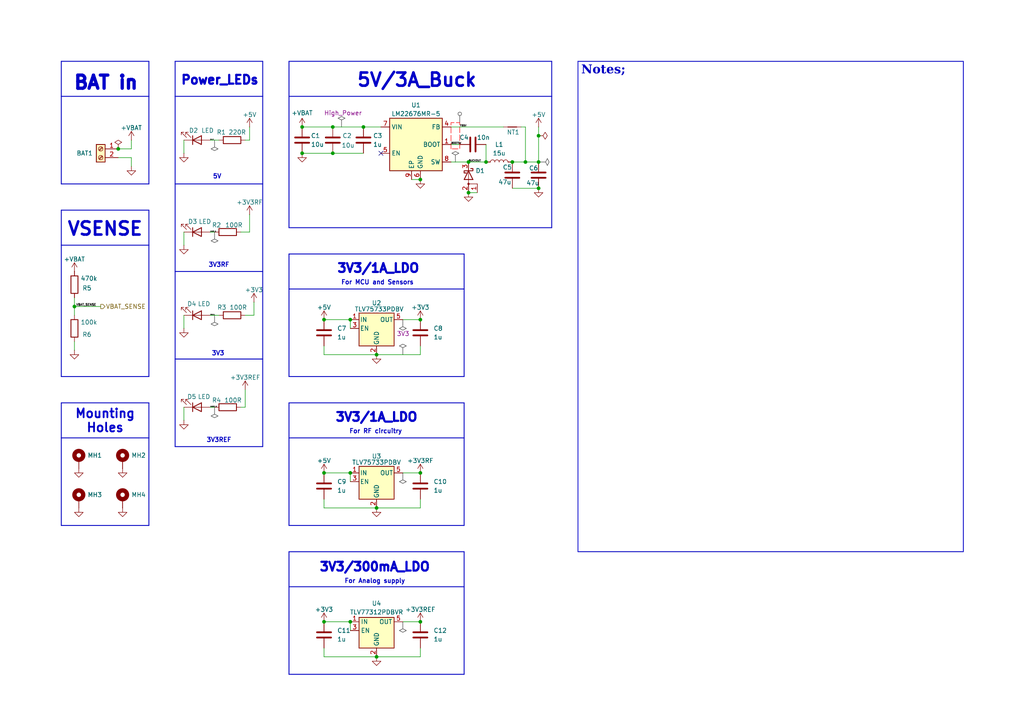
<source format=kicad_sch>
(kicad_sch (version 20250114) (generator "eeschema") (generator_version "9.0")
  (paper "A4")
  (title_block (title "Power_Delivery") (date "2025-12-05") (rev "A") (company "MaD_RaNgA"))
  (lib_symbols
    (symbol "Budget_FC:TLV77312PDBVR"
      (property "Reference" "U?" (at 7.62 4.064 0))
      (property "Value" "TLV77312PDBVR" (at 7.62 1.524 0))
      (symbol "TLV77312PDBVR_0_0"
        (pin power_in line (at 0 -1.27 0) (length 2.54) (name "IN") (number "1"))
        (pin input line (at 0 -3.81 0) (length 2.54) (name "EN") (number "3"))
        (pin power_out line (at 15.24 -1.27 180) (length 2.54) (name "OUT") (number "5"))
        (pin no_connect line (at 15.24 -3.81 180) (length 2.54) (hide yes) (name "NC") (number "4"))
      )
      (symbol "TLV77312PDBVR_1_0"
        (pin power_in line (at 7.62 -11.43 90) (length 2.54) (name "GND") (number "2"))
      )
      (symbol "TLV77312PDBVR_1_1"
        (rectangle (start 2.54 0) (end 12.7 -8.89) (stroke (width 0.254)) (fill (type color) (color 255 255 194 1)))
      )
    )
    (symbol "Connector:Screw_Terminal_01x02" (pin_names (offset 1.016) (hide yes))
      (property "Reference" "J" (at 0 2.54 0))
      (property "Value" "Screw_Terminal_01x02" (at 0 -5.08 0))
      (symbol "Screw_Terminal_01x02_1_1"
        (rectangle (start -1.27 1.27) (end 1.27 -3.81) (stroke (width 0.254)) (fill (type background)))
        (polyline (pts (xy -0.5334 0.3302) (xy 0.3302 -0.508)) (stroke (width 0.1524)))
        (polyline (pts (xy -0.5334 -2.2098) (xy 0.3302 -3.048)) (stroke (width 0.1524)))
        (polyline (pts (xy -0.3556 0.508) (xy 0.508 -0.3302)) (stroke (width 0.1524)))
        (polyline (pts (xy -0.3556 -2.032) (xy 0.508 -2.8702)) (stroke (width 0.1524)))
        (circle (center 0 0) (radius 0.635) (stroke (width 0.1524)))
        (circle (center 0 -2.54) (radius 0.635) (stroke (width 0.1524)))
        (pin passive line (at -5.08 0 0) (length 3.81) (name "Pin_1") (number "1"))
        (pin passive line (at -5.08 -2.54 0) (length 3.81) (name "Pin_2") (number "2"))
      )
    )
    (symbol "Device:C" (pin_numbers (hide yes)) (pin_names (offset 0.254))
      (property "Reference" "C" (at 0.635 2.54 0))
      (property "Value" "C" (at 0.635 -2.54 0))
      (symbol "C_0_1"
        (polyline (pts (xy -2.032 0.762) (xy 2.032 0.762)) (stroke (width 0.508)))
        (polyline (pts (xy -2.032 -0.762) (xy 2.032 -0.762)) (stroke (width 0.508)))
      )
      (symbol "C_1_1"
        (pin passive line (at 0 3.81 270) (length 2.794) (name "~") (number "1"))
        (pin passive line (at 0 -3.81 90) (length 2.794) (name "~") (number "2"))
      )
    )
    (symbol "Device:D_Schottky_AAK" (pin_names (offset 0) (hide yes))
      (property "Reference" "D" (at 0 2.54 0))
      (property "Value" "D_Schottky_AAK" (at 0 -2.54 0))
      (symbol "D_Schottky_AAK_0_1"
        (polyline (pts (xy -1.905 0.635) (xy -1.905 1.27) (xy -1.27 1.27) (xy -1.27 -1.27) (xy -0.635 -1.27) (xy -0.635 -0.635)) (stroke (width 0.254)))
        (polyline (pts (xy 1.27 1.27) (xy 1.27 -1.27) (xy -1.27 0) (xy 1.27 1.27)) (stroke (width 0.254)))
        (circle (center 2.54 0) (radius 0.254) (fill (type outline)))
        (polyline (pts (xy 3.81 2.54) (xy 2.54 2.54) (xy 2.54 0) (xy -1.27 0)))
      )
      (symbol "D_Schottky_AAK_1_1"
        (pin passive line (at -3.81 0 0) (length 2.54) (name "K") (number "3"))
        (pin passive line (at 5.08 2.54 180) (length 2.54) (name "A") (number "1"))
        (pin passive line (at 5.08 0 180) (length 2.54) (name "A") (number "2"))
      )
    )
    (symbol "Device:L" (pin_numbers (hide yes)) (pin_names (offset 1.016) (hide yes))
      (property "Reference" "L" (at -1.27 0 90))
      (property "Value" "L" (at 1.905 0 90))
      (symbol "L_0_1"
        (arc (start 0 2.54) (mid 0.6323 1.905) (end 0 1.27))
        (arc (start 0 1.27) (mid 0.6323 0.635) (end 0 0))
        (arc (start 0 0) (mid 0.6323 -0.635) (end 0 -1.27))
        (arc (start 0 -1.27) (mid 0.6323 -1.905) (end 0 -2.54))
      )
      (symbol "L_1_1"
        (pin passive line (at 0 3.81 270) (length 1.27) (name "1") (number "1"))
        (pin passive line (at 0 -3.81 90) (length 1.27) (name "2") (number "2"))
      )
    )
    (symbol "Device:LED" (pin_numbers (hide yes)) (pin_names (offset 1.016) (hide yes))
      (property "Reference" "D" (at 0 2.54 0))
      (property "Value" "LED" (at 0 -2.54 0))
      (symbol "LED_0_1"
        (polyline (pts (xy -3.048 -0.762) (xy -4.572 -2.286) (xy -3.81 -2.286) (xy -4.572 -2.286) (xy -4.572 -1.524)))
        (polyline (pts (xy -1.778 -0.762) (xy -3.302 -2.286) (xy -2.54 -2.286) (xy -3.302 -2.286) (xy -3.302 -1.524)))
        (polyline (pts (xy -1.27 0) (xy 1.27 0)))
        (polyline (pts (xy -1.27 -1.27) (xy -1.27 1.27)) (stroke (width 0.254)))
        (polyline (pts (xy 1.27 -1.27) (xy 1.27 1.27) (xy -1.27 0) (xy 1.27 -1.27)) (stroke (width 0.254)))
      )
      (symbol "LED_1_1"
        (pin passive line (at -3.81 0 0) (length 2.54) (name "K") (number "1"))
        (pin passive line (at 3.81 0 180) (length 2.54) (name "A") (number "2"))
      )
    )
    (symbol "Device:NetTie_2" (pin_numbers (hide yes)) (pin_names (offset 0) (hide yes)) (in_bom no)
      (property "Reference" "NT" (at 0 1.27 0))
      (property "Value" "NetTie_2" (at 0 -1.27 0))
      (symbol "NetTie_2_0_1"
        (polyline (pts (xy -1.27 0) (xy 1.27 0)) (stroke (width 0.254)))
      )
      (symbol "NetTie_2_1_1"
        (pin passive line (at -2.54 0 0) (length 2.54) (name "1") (number "1"))
        (pin passive line (at 2.54 0 180) (length 2.54) (name "2") (number "2"))
      )
    )
    (symbol "Device:R" (pin_numbers (hide yes)) (pin_names (offset 0))
      (property "Reference" "R" (at 2.032 0 90))
      (property "Value" "R" (at 0 0 90))
      (symbol "R_0_1"
        (rectangle (start -1.016 -2.54) (end 1.016 2.54) (stroke (width 0.254)))
      )
      (symbol "R_1_1"
        (pin passive line (at 0 3.81 270) (length 1.27) (name "~") (number "1"))
        (pin passive line (at 0 -3.81 90) (length 1.27) (name "~") (number "2"))
      )
    )
    (symbol "Mechanical:MountingHole_Pad" (pin_numbers (hide yes)) (pin_names (offset 1.016) (hide yes)) (in_bom no)
      (property "Reference" "H" (at 0 6.35 0))
      (property "Value" "MountingHole_Pad" (at 0 4.445 0))
      (symbol "MountingHole_Pad_0_1"
        (circle (center 0 1.27) (radius 1.27) (stroke (width 1.27)))
      )
      (symbol "MountingHole_Pad_1_1"
        (pin input line (at 0 -2.54 90) (length 2.54) (name "1") (number "1"))
      )
    )
    (symbol "Regulator_Linear:TLV75733PDBV" (pin_names (offset 0.254))
      (property "Reference" "U1" (at 0 8.89 0))
      (property "Value" "TLV75733PDBV" (at 0 6.35 0))
      (symbol "TLV75733PDBV_1_1"
        (rectangle (start -5.08 4.445) (end 5.08 -5.08) (stroke (width 0.254)) (fill (type background)))
        (pin power_in line (at -7.62 2.54 0) (length 2.54) (name "IN") (number "1"))
        (pin input line (at -7.62 0 0) (length 2.54) (name "EN") (number "3"))
        (pin power_in line (at 0 -7.62 90) (length 2.54) (name "GND") (number "2"))
        (pin no_connect line (at 5.08 0 180) (length 2.54) (hide yes) (name "NC") (number "4"))
        (pin power_out line (at 7.62 2.54 180) (length 2.54) (name "OUT") (number "5"))
      )
    )
    (symbol "Regulator_Switching:LM22676MR-5"
      (property "Reference" "U1" (at 0 12.7 0))
      (property "Value" "LM22676MR-5" (at 0 10.16 0))
      (symbol "LM22676MR-5_0_1"
        (rectangle (start -7.62 7.62) (end 7.62 -7.62) (stroke (width 0.254)) (fill (type background)))
      )
      (symbol "LM22676MR-5_1_1"
        (pin power_in line (at -10.16 5.08 0) (length 2.54) (name "VIN") (number "7"))
        (pin input line (at -10.16 -2.54 0) (length 2.54) (name "EN") (number "5"))
        (pin no_connect line (at -7.62 2.54 0) (length 2.54) (hide yes) (name "NC") (number "2"))
        (pin no_connect line (at -7.62 0 0) (length 2.54) (hide yes) (name "NC") (number "3"))
        (pin power_in line (at -1.27 -10.16 90) (length 2.54) (name "EP") (number "9"))
        (pin power_in line (at 1.27 -10.16 90) (length 2.54) (name "GND") (number "6"))
        (pin input line (at 10.16 5.08 180) (length 2.54) (name "FB") (number "4"))
        (pin input line (at 10.16 0 180) (length 2.54) (name "BOOT") (number "1"))
        (pin power_out line (at 10.16 -5.08 180) (length 2.54) (name "SW") (number "8"))
      )
    )
    (symbol "power:+3V3" (power) (pin_numbers (hide yes)) (pin_names (offset 0) (hide yes))
      (property "Value" "+3V3" (at 0 3.556 0))
      (symbol "+3V3_0_1"
        (polyline (pts (xy -0.762 1.27) (xy 0 2.54)))
        (polyline (pts (xy 0 2.54) (xy 0.762 1.27)))
        (polyline (pts (xy 0 0) (xy 0 2.54)))
      )
      (symbol "+3V3_1_1"
        (pin power_in line (at 0 0 90) (length 0) (name "~") (number "1"))
      )
    )
    (symbol "power:+5V" (power) (pin_numbers (hide yes)) (pin_names (offset 0) (hide yes))
      (property "Value" "+5V" (at 0 3.556 0))
      (symbol "+5V_0_1"
        (polyline (pts (xy -0.762 1.27) (xy 0 2.54)))
        (polyline (pts (xy 0 2.54) (xy 0.762 1.27)))
        (polyline (pts (xy 0 0) (xy 0 2.54)))
      )
      (symbol "+5V_1_1"
        (pin power_in line (at 0 0 90) (length 0) (name "~") (number "1"))
      )
    )
    (symbol "power:GND" (power) (pin_numbers (hide yes)) (pin_names (offset 0) (hide yes))
      (property "Value" "GND" (at 0 -3.81 0))
      (symbol "GND_0_1"
        (polyline (pts (xy 0 0) (xy 0 -1.27) (xy 1.27 -1.27) (xy 0 -2.54) (xy -1.27 -1.27) (xy 0 -1.27)))
      )
      (symbol "GND_1_1"
        (pin power_in line (at 0 0 270) (length 0) (name "~") (number "1"))
      )
    )
    (symbol "power:PWR_FLAG" (power) (pin_numbers (hide yes)) (pin_names (offset 0) (hide yes))
      (property "Value" "PWR_FLAG" (at 0 3.81 0))
      (symbol "PWR_FLAG_0_0"
        (pin power_out line (at 0 0 90) (length 0) (name "~") (number "1"))
      )
      (symbol "PWR_FLAG_0_1"
        (polyline (pts (xy 0 0) (xy 0 1.27) (xy -1.016 1.905) (xy 0 2.54) (xy 1.016 1.905) (xy 0 1.27)))
      )
    )
    (symbol "power:VBUS" (power) (pin_numbers (hide yes)) (pin_names (offset 0) (hide yes))
      (property "Value" "VBUS" (at 0 3.556 0))
      (symbol "VBUS_0_1"
        (polyline (pts (xy -0.762 1.27) (xy 0 2.54)))
        (polyline (pts (xy 0 2.54) (xy 0.762 1.27)))
        (polyline (pts (xy 0 0) (xy 0 2.54)))
      )
      (symbol "VBUS_1_1"
        (pin power_in line (at 0 0 90) (length 0) (name "~") (number "1"))
      )
    )
  )
  (text "3V3/1A_LDO" (at 109.728 77.978 0) (effects (font (size 2.54 2.54) (thickness 0.762) (bold yes))))
  (text "3V3RF" (at 63.5 76.962 0) (effects (font (size 1.27 1.27) (thickness 0.254) (bold yes))))
  (text "BAT in" (at 30.734 24.13 0) (effects (font (size 3.81 3.81) (thickness 1.016) (bold yes))))
  (text "Mounting\nHoles" (at 30.48 122.174 0) (effects (font (size 2.54 2.54) (thickness 0.508) (bold yes))))
  (text "3V3REF" (at 63.5 127.762 0) (effects (font (size 1.27 1.27) (thickness 0.254) (bold yes))))
  (text "Power_LEDs" (at 63.754 23.368 0) (effects (font (size 2.54 2.54) (thickness 0.762) (bold yes))))
  (text "5V/3A_Buck" (at 120.904 23.368 0) (effects (font (size 3.81 3.81) (thickness 0.762) (bold yes))))
  (text "For MCU and Sensors" (at 109.474 82.042 0) (effects (font (size 1.27 1.27) (thickness 0.254) (bold yes))))
  (text "5V" (at 62.992 51.308 0) (effects (font (size 1.27 1.27) (thickness 0.254) (bold yes))))
  (text "For Analog supply" (at 108.712 168.656 0) (effects (font (size 1.27 1.27) (thickness 0.254) (bold yes))))
  (text "3V3/1A_LDO" (at 109.22 121.158 0) (effects (font (size 2.54 2.54) (thickness 0.762) (bold yes))))
  (text "VSENSE" (at 30.48 66.548 0) (effects (font (size 3.81 3.81) (thickness 0.762) (bold yes))))
  (text "3V3/300mA_LDO" (at 108.712 164.592 0) (effects (font (size 2.54 2.54) (thickness 0.762) (bold yes))))
  (text "3V3" (at 63.246 102.616 0) (effects (font (size 1.27 1.27) (thickness 0.254) (bold yes))))
  (text "For RF circuitry" (at 108.966 125.222 0) (effects (font (size 1.27 1.27) (thickness 0.254) (bold yes))))
  (text_box "Notes;" (at 167.64 17.78 0) (size 111.76 142.24) (margins 0.9525 0.9525 0.9525 0.9525) (stroke (width 0.254)) (fill (type color) (color 255 255 255 1)) (effects (font (size 2.54 2.54) (thickness 0.254) (bold yes)) (justify left top)))
  (junction (at 87.63 36.83))
  (junction (at 135.89 55.88))
  (junction (at 121.92 180.34))
  (junction (at 93.98 92.71))
  (junction (at 101.6 137.16))
  (junction (at 93.98 137.16))
  (junction (at 148.59 46.99))
  (junction (at 34.29 43.18))
  (junction (at 156.21 39.37))
  (junction (at 121.92 92.71))
  (junction (at 96.52 44.45))
  (junction (at 109.22 102.87))
  (junction (at 105.41 36.83))
  (junction (at 93.98 180.34))
  (junction (at 21.59 88.9))
  (junction (at 109.22 147.32))
  (junction (at 87.63 44.45))
  (junction (at 156.21 46.99))
  (junction (at 121.92 137.16))
  (junction (at 96.52 36.83))
  (junction (at 135.89 46.99))
  (junction (at 109.22 190.5))
  (junction (at 101.6 92.71))
  (junction (at 121.92 52.07))
  (junction (at 152.4 46.99))
  (junction (at 101.6 180.34))
  (junction (at 140.97 46.99))
  (junction (at 156.21 54.61))
  (no_connect (at 110.49 44.45))
  (wire (pts (xy 21.59 88.9) (xy 21.59 91.44)))
  (wire (pts (xy 87.63 36.83) (xy 96.52 36.83)))
  (wire (pts (xy 63.5 40.64) (xy 60.96 40.64)))
  (polyline (pts (xy 83.82 27.94) (xy 160.02 27.94)) (stroke (width 0.254) (type solid)))
  (wire (pts (xy 73.66 87.63) (xy 73.66 91.44)))
  (polyline (pts (xy 83.82 73.66) (xy 134.62 73.66)) (stroke (width 0.254) (type solid)))
  (wire (pts (xy 116.84 137.16) (xy 121.92 137.16)))
  (wire (pts (xy 73.66 91.44) (xy 71.12 91.44)))
  (wire (pts (xy 60.96 91.44) (xy 63.5 91.44)))
  (polyline (pts (xy 50.8 27.94) (xy 50.8 129.54)) (stroke (width 0.254) (type solid)))
  (wire (pts (xy 116.84 180.34) (xy 121.92 180.34)))
  (wire (pts (xy 101.6 180.34) (xy 101.6 182.88)))
  (polyline (pts (xy 43.18 152.4) (xy 17.78 152.4)) (stroke (width 0.254) (type solid)))
  (wire (pts (xy 121.92 100.33) (xy 121.92 102.87)))
  (wire (pts (xy 156.21 39.37) (xy 156.21 46.99)))
  (wire (pts (xy 116.84 92.71) (xy 121.92 92.71)))
  (wire (pts (xy 93.98 92.71) (xy 101.6 92.71)))
  (polyline (pts (xy 50.8 53.34) (xy 76.2 53.34)) (stroke (width 0.254) (type solid)))
  (wire (pts (xy 87.63 44.45) (xy 96.52 44.45)))
  (wire (pts (xy 121.92 187.96) (xy 121.92 190.5)))
  (polyline (pts (xy 83.82 109.22) (xy 134.62 109.22)) (stroke (width 0.254) (type solid)))
  (polyline (pts (xy 50.8 104.14) (xy 76.2 104.14)) (stroke (width 0.254) (type solid)))
  (wire (pts (xy 101.6 92.71) (xy 101.6 95.25)))
  (wire (pts (xy 93.98 180.34) (xy 101.6 180.34)))
  (wire (pts (xy 121.92 102.87) (xy 109.22 102.87)))
  (polyline (pts (xy 83.82 152.4) (xy 134.62 152.4)) (stroke (width 0.254) (type solid)))
  (polyline (pts (xy 160.02 66.04) (xy 83.82 66.04)) (stroke (width 0.254) (type solid)))
  (wire (pts (xy 93.98 147.32) (xy 109.22 147.32)))
  (polyline (pts (xy 83.82 170.18) (xy 134.62 170.18)) (stroke (width 0.254) (type solid)))
  (polyline (pts (xy 43.18 27.94) (xy 43.18 53.34)) (stroke (width 0.254) (type solid)))
  (polyline (pts (xy 83.82 83.82) (xy 83.82 73.66)) (stroke (width 0.254) (type solid)))
  (wire (pts (xy 38.1 45.72) (xy 34.29 45.72)))
  (wire (pts (xy 148.59 46.99) (xy 152.4 46.99)))
  (wire (pts (xy 71.12 113.03) (xy 71.12 118.11)))
  (polyline (pts (xy 134.62 170.18) (xy 134.62 195.58)) (stroke (width 0.254) (type solid)))
  (polyline (pts (xy 134.62 116.84) (xy 134.62 127)) (stroke (width 0.254) (type solid)))
  (wire (pts (xy 121.92 190.5) (xy 109.22 190.5)))
  (polyline (pts (xy 17.78 71.12) (xy 17.78 109.22)) (stroke (width 0.254) (type solid)))
  (wire (pts (xy 152.4 36.83) (xy 152.4 46.99)))
  (wire (pts (xy 53.34 91.44) (xy 53.34 95.25)))
  (wire (pts (xy 135.89 55.88) (xy 138.43 55.88)))
  (wire (pts (xy 119.38 52.07) (xy 121.92 52.07)))
  (polyline (pts (xy 83.82 83.82) (xy 134.62 83.82)) (stroke (width 0.254) (type solid)))
  (wire (pts (xy 72.39 40.64) (xy 71.12 40.64)))
  (wire (pts (xy 93.98 100.33) (xy 93.98 102.87)))
  (polyline (pts (xy 17.78 27.94) (xy 43.18 27.94)) (stroke (width 0.254) (type solid)))
  (polyline (pts (xy 160.02 17.78) (xy 83.82 17.78)) (stroke (width 0.254) (type solid)))
  (polyline (pts (xy 134.62 73.66) (xy 134.62 83.82)) (stroke (width 0.254) (type solid)))
  (polyline (pts (xy 17.78 27.94) (xy 17.78 17.78)) (stroke (width 0.254) (type solid)))
  (polyline (pts (xy 76.2 129.54) (xy 50.8 129.54)) (stroke (width 0.254) (type solid)))
  (polyline (pts (xy 43.18 71.12) (xy 43.18 109.22)) (stroke (width 0.254) (type solid)))
  (polyline (pts (xy 17.78 17.78) (xy 43.18 17.78)) (stroke (width 0.254) (type solid)))
  (wire (pts (xy 96.52 44.45) (xy 105.41 44.45)))
  (wire (pts (xy 121.92 144.78) (xy 121.92 147.32)))
  (wire (pts (xy 21.59 99.06) (xy 21.59 101.6)))
  (wire (pts (xy 148.59 54.61) (xy 156.21 54.61)))
  (polyline (pts (xy 43.18 17.78) (xy 43.18 27.94)) (stroke (width 0.254) (type solid)))
  (polyline (pts (xy 17.78 53.34) (xy 43.18 53.34)) (stroke (width 0.254) (type solid)))
  (polyline (pts (xy 50.8 27.94) (xy 76.2 27.94)) (stroke (width 0.254) (type solid)))
  (polyline (pts (xy 43.18 109.22) (xy 17.78 109.22)) (stroke (width 0.254) (type solid)))
  (polyline (pts (xy 17.78 71.12) (xy 43.18 71.12)) (stroke (width 0.254) (type solid)))
  (wire (pts (xy 21.59 86.36) (xy 21.59 88.9)))
  (wire (pts (xy 38.1 40.64) (xy 38.1 43.18)))
  (polyline (pts (xy 134.62 160.02) (xy 134.62 170.18)) (stroke (width 0.254) (type solid)))
  (polyline (pts (xy 83.82 170.18) (xy 83.82 195.58)) (stroke (width 0.254) (type solid)))
  (wire (pts (xy 152.4 36.83) (xy 151.13 36.83)))
  (polyline (pts (xy 83.82 27.94) (xy 83.82 66.04)) (stroke (width 0.254) (type solid)))
  (wire (pts (xy 93.98 137.16) (xy 101.6 137.16)))
  (wire (pts (xy 93.98 144.78) (xy 93.98 147.32)))
  (wire (pts (xy 96.52 36.83) (xy 105.41 36.83)))
  (wire (pts (xy 156.21 36.83) (xy 156.21 39.37)))
  (polyline (pts (xy 76.2 17.78) (xy 76.2 27.94)) (stroke (width 0.254) (type solid)))
  (wire (pts (xy 72.39 67.31) (xy 69.85 67.31)))
  (wire (pts (xy 38.1 48.26) (xy 38.1 45.72)))
  (polyline (pts (xy 160.02 27.94) (xy 160.02 17.78)) (stroke (width 0.254) (type solid)))
  (wire (pts (xy 93.98 187.96) (xy 93.98 190.5)))
  (polyline (pts (xy 17.78 71.12) (xy 17.78 60.96)) (stroke (width 0.254) (type solid)))
  (wire (pts (xy 105.41 36.83) (xy 110.49 36.83)))
  (polyline (pts (xy 76.2 27.94) (xy 76.2 129.54)) (stroke (width 0.254) (type solid)))
  (polyline (pts (xy 83.82 170.18) (xy 83.82 160.02)) (stroke (width 0.254) (type solid)))
  (polyline (pts (xy 83.82 127) (xy 134.62 127)) (stroke (width 0.254) (type solid)))
  (polyline (pts (xy 17.78 127) (xy 43.18 127)) (stroke (width 0.254) (type solid)))
  (wire (pts (xy 60.96 67.31) (xy 62.23 67.31)))
  (wire (pts (xy 60.96 118.11) (xy 62.23 118.11)))
  (polyline (pts (xy 50.8 78.74) (xy 76.2 78.74)) (stroke (width 0.254) (type solid)))
  (wire (pts (xy 133.35 41.91) (xy 130.81 41.91)))
  (polyline (pts (xy 17.78 116.84) (xy 43.18 116.84)) (stroke (width 0.254) (type solid)))
  (polyline (pts (xy 50.8 17.78) (xy 76.2 17.78)) (stroke (width 0.254) (type solid)))
  (polyline (pts (xy 50.8 27.94) (xy 50.8 17.78)) (stroke (width 0.254) (type solid)))
  (wire (pts (xy 72.39 36.83) (xy 72.39 40.64)))
  (wire (pts (xy 140.97 41.91) (xy 140.97 46.99)))
  (wire (pts (xy 72.39 62.23) (xy 72.39 67.31)))
  (polyline (pts (xy 43.18 116.84) (xy 43.18 127)) (stroke (width 0.254) (type solid)))
  (polyline (pts (xy 134.62 152.4) (xy 134.62 127)) (stroke (width 0.254) (type solid)))
  (wire (pts (xy 93.98 102.87) (xy 109.22 102.87)))
  (wire (pts (xy 53.34 40.64) (xy 53.34 44.45)))
  (wire (pts (xy 152.4 46.99) (xy 156.21 46.99)))
  (wire (pts (xy 21.59 88.9) (xy 29.21 88.9)))
  (polyline (pts (xy 43.18 127) (xy 43.18 152.4)) (stroke (width 0.254) (type solid)))
  (polyline (pts (xy 134.62 195.58) (xy 83.82 195.58)) (stroke (width 0.254) (type solid)))
  (polyline (pts (xy 160.02 27.94) (xy 160.02 66.04)) (stroke (width 0.254) (type solid)))
  (polyline (pts (xy 83.82 83.82) (xy 83.82 109.22)) (stroke (width 0.254) (type solid)))
  (wire (pts (xy 71.12 118.11) (xy 69.85 118.11)))
  (wire (pts (xy 130.81 46.99) (xy 135.89 46.99)))
  (polyline (pts (xy 43.18 60.96) (xy 43.18 71.12)) (stroke (width 0.254) (type solid)))
  (wire (pts (xy 101.6 137.16) (xy 101.6 139.7)))
  (wire (pts (xy 53.34 67.31) (xy 53.34 71.12)))
  (polyline (pts (xy 83.82 127) (xy 83.82 116.84)) (stroke (width 0.254) (type solid)))
  (polyline (pts (xy 83.82 127) (xy 83.82 152.4)) (stroke (width 0.254) (type solid)))
  (polyline (pts (xy 134.62 109.22) (xy 134.62 83.82)) (stroke (width 0.254) (type solid)))
  (polyline (pts (xy 83.82 17.78) (xy 83.82 27.94)) (stroke (width 0.254) (type solid)))
  (wire (pts (xy 38.1 43.18) (xy 34.29 43.18)))
  (polyline (pts (xy 17.78 60.96) (xy 43.18 60.96)) (stroke (width 0.254) (type solid)))
  (wire (pts (xy 135.89 46.99) (xy 140.97 46.99)))
  (wire (pts (xy 93.98 190.5) (xy 109.22 190.5)))
  (wire (pts (xy 121.92 147.32) (xy 109.22 147.32)))
  (polyline (pts (xy 17.78 53.34) (xy 17.78 27.94)) (stroke (width 0.254) (type solid)))
  (polyline (pts (xy 83.82 160.02) (xy 134.62 160.02)) (stroke (width 0.254) (type solid)))
  (wire (pts (xy 146.05 36.83) (xy 130.81 36.83)))
  (polyline (pts (xy 83.82 116.84) (xy 134.62 116.84)) (stroke (width 0.254) (type solid)))
  (wire (pts (xy 53.34 118.11) (xy 53.34 121.92)))
  (polyline (pts (xy 17.78 127) (xy 17.78 116.84)) (stroke (width 0.254) (type solid)))
  (polyline (pts (xy 17.78 127) (xy 17.78 152.4)) (stroke (width 0.254) (type solid)))
  (label "FB5V" (at 133.35 36.83 0) (effects (font (size 0.508 0.508))))
  (label "3V3RF_D" (at 60.96 67.31 0) (effects (font (size 0.254 0.254))))
  (label "5V_D" (at 60.96 40.64 0) (effects (font (size 0.254 0.254))))
  (label "3V3REF_D" (at 60.96 118.11 0) (effects (font (size 0.254 0.254))))
  (label "BUCKOUT" (at 135.89 46.99 0) (effects (font (size 0.508 0.508))))
  (label "BOOT5V" (at 130.81 41.91 0) (effects (font (size 0.508 0.508))))
  (label "VBAT_SENSE" (at 27.94 88.9 180) (effects (font (size 0.635 0.635))))
  (label "3V3_D" (at 60.96 91.44 0) (effects (font (size 0.254 0.254))))
  (hierarchical_label "VBAT_SENSE" (shape output) (at 29.21 88.9 0))
  (rule_area (polyline (pts (xy 130.81 43.18) (xy 130.81 35.56) (xy 133.35 35.56) (xy 133.35 43.18)) (stroke (width 0) (type dash))))
  (netclass_flag "" (length 2.54) (shape diamond) (at 62.23 118.11 180) (property "Netclass" "3V3" (effects (hide yes))))
  (netclass_flag "" (length 2.54) (shape diamond) (at 62.23 91.44 180) (property "Netclass" "3V3" (effects (hide yes))))
  (netclass_flag "" (length 2.54) (shape diamond) (at 116.84 137.16 180) (property "Netclass" "3V3" (effects (hide yes))))
  (netclass_flag "" (length 2.54) (shape diamond) (at 62.23 67.31 180) (property "Netclass" "3V3" (effects (hide yes))))
  (netclass_flag "" (length 2.54) (shape diamond) (at 116.84 180.34 180) (property "Netclass" "3V3" (effects (hide yes))))
  (netclass_flag "" (length 2.54) (shape diamond) (at 62.23 40.64 180) (property "Netclass" "3V3" (effects (hide yes))))
  (netclass_flag "" (length 2.54) (shape diamond) (at 116.84 92.71 180) (property "Netclass" "3V3" (at 115.062 96.774 0) (effects (justify left))))
  (netclass_flag "" (length 2.54) (shape round) (at 133.35 35.56 0) (property "Netclass" "Signal" (effects (hide yes))))
  (netclass_flag "" (length 2.54) (shape diamond) (at 132.08 46.99 0) (property "Netclass" "High_Power" (effects (hide yes))))
  (netclass_flag "" (length 2.54) (shape diamond) (at 116.84 102.87 0) (property "Netclass" "GND" (effects (hide yes))))
  (netclass_flag "" (length 2.54) (shape diamond) (at 99.06 36.83 0) (property "Netclass" "High_Power" (at 93.98 32.766 0) (effects (justify left))))
  (netclass_flag "" (length 2.54) (shape diamond) (at 156.21 46.99 270) (property "Netclass" "High_Power" (effects (hide yes))))
  (symbol (lib_id "Device:C") (at 87.63 40.64 0) (unit 1)
    (property "Reference" "C1" (at 90.17 39.37 0) (effects (justify left)))
    (property "Value" "10u" (at 90.17 41.91 0) (effects (justify left)))
    (property "Footprint" "Capacitor_SMD:C_1210_3225Metric_Pad1.33x2.70mm_HandSolder" (effects (hide yes)))
    (property "Datasheet" "https://product.tdk.com/system/files/dam/doc/product/capacitor/ceramic/mlcc/catalog/mlcc_commercial_general_en.pdf?ref_disty=mouser" (effects (hide yes)))
    (property "Description" "Unpolarized capacitor" (effects (hide yes)))
    (property "Manufacturer" "TDK" (effects (hide yes)))
    (property "Manufacturer Part No." "C3225X7R1H106M250AC" (effects (hide yes)))
    (property "Mouser No." "810-C3225X7R1H106MAC" (effects (hide yes)))
    (property "LCSC No." "C6477141" (effects (hide yes)))
  )
  (symbol (lib_id "Device:R") (at 66.04 118.11 270) (mirror x) (unit 1)
    (property "Reference" "R4" (at 61.468 116.078 90) (effects (justify left)))
    (property "Value" "100R" (at 65.024 116.078 90) (effects (justify left)))
    (property "Footprint" "Resistor_SMD:R_0603_1608Metric_Pad0.98x0.95mm_HandSolder" (effects (hide yes)))
    (property "Datasheet" "https://www.lcsc.com/datasheet/C105588.pdf" (effects (hide yes)))
    (property "Description" "Resistor" (effects (hide yes)))
    (property "Manufacturer" "YAGEO" (effects (hide yes)))
    (property "Manufacturer Part No." "RC0603FR-07100RL" (effects (hide yes)))
    (property "LCSC No." "C105588" (effects (hide yes)))
  )
  (symbol (lib_id "Device:NetTie_2") (at 148.59 36.83 0) (unit 1) (in_bom no)
    (property "Reference" "NT1" (at 148.844 38.354 0))
    (property "Value" "NetTie_2" (effects (hide yes)))
    (property "Footprint" "NetTie:NetTie-2_SMD_Pad0.5mm" (effects (hide yes)))
    (property "Description" "Net tie, 2 pins" (effects (hide yes)))
  )
  (symbol (lib_id "Regulator_Linear:TLV75733PDBV") (at 109.22 139.7 0) (unit 1)
    (property "Reference" "U3" (at 109.22 132.334 0))
    (property "Value" "TLV75733PDBV" (at 109.22 134.112 0))
    (property "Footprint" "Package_TO_SOT_SMD:SOT-23-5" (effects (hide yes)))
    (property "Datasheet" "https://www.ti.com/lit/ds/symlink/tlv757p.pdf" (effects (hide yes)))
    (property "Description" "1A Low IQ Small Size Low Dropout Voltage Regulator, Fixed Output 3.3V, SOT-23-5" (effects (hide yes)))
    (property "Manufacturer" "Texas Instruments" (effects (hide yes)))
    (property "Manufacturer Part No." "TLV75733PDBVR" (effects (hide yes)))
    (property "Mouser No." "595-TLV75733PDBVR" (effects (hide yes)))
    (property "LCSC No." "C485517" (effects (hide yes)))
  )
  (symbol (lib_id "Device:C") (at 148.59 50.8 0) (unit 1)
    (property "Reference" "C5" (at 145.796 48.514 0) (effects (justify left)))
    (property "Value" "47u" (at 144.526 52.832 0) (effects (justify left)))
    (property "Footprint" "Capacitor_SMD:C_1210_3225Metric_Pad1.33x2.70mm_HandSolder" (effects (hide yes)))
    (property "Datasheet" "https://search.murata.co.jp/Ceramy/image/img/A01X/G101/ENG/GRM32ER61C476KE15-01A.pdf" (effects (hide yes)))
    (property "Description" "Unpolarized capacitor" (effects (hide yes)))
    (property "Manufacturer" "muRata" (effects (hide yes)))
    (property "Manufacturer Part No." "GRM32ER61C476KE15L" (effects (hide yes)))
    (property "Mouser No." "81-GRM32ER61C476KE5L" (effects (hide yes)))
    (property "LCSC No." "C77101" (effects (hide yes)))
  )
  (symbol (lib_id "Device:C") (at 93.98 96.52 0) (unit 1)
    (property "Reference" "C7" (at 97.79 95.2499 0) (effects (justify left)))
    (property "Value" "1u" (at 97.79 97.7899 0) (effects (justify left)))
    (property "Footprint" "Capacitor_SMD:C_0603_1608Metric_Pad1.08x0.95mm_HandSolder" (effects (hide yes)))
    (property "Datasheet" "https://product.tdk.com/system/files/dam/doc/product/capacitor/ceramic/mlcc/catalog/mlcc_commercial_general_en.pdf?ref_disty=mouser" (effects (hide yes)))
    (property "Description" "Unpolarized capacitor" (effects (hide yes)))
    (property "Manufacturer" "TDK" (effects (hide yes)))
    (property "Manufacturer Part No." "C1608X5R1E105K080AC" (effects (hide yes)))
    (property "Mouser No." "810-C1608X5R1E105K" (effects (hide yes)))
    (property "LCSC No." "C5957887" (effects (hide yes)))
  )
  (symbol (lib_id "power:VBUS") (at 38.1 40.64 0) (unit 1)
    (property "Reference" "#PWR0107" (effects (hide yes)))
    (property "Value" "+VBAT" (at 38.1 37.084 0))
    (property "Description" "Power symbol creates a global label with name \"VBUS\"" (effects (hide yes)))
  )
  (symbol (lib_id "power:+3V3") (at 121.92 180.34 0) (unit 1)
    (property "Reference" "#PWR0106" (effects (hide yes)))
    (property "Value" "+3V3REF" (at 121.92 176.784 0))
    (property "Description" "Power symbol creates a global label with name \"+3V3\"" (effects (hide yes)))
  )
  (symbol (lib_id "Device:C") (at 137.16 41.91 90) (unit 1)
    (property "Reference" "C4" (at 134.62 39.878 90))
    (property "Value" "10n" (at 140.208 39.878 90))
    (property "Footprint" "Capacitor_SMD:C_0603_1608Metric_Pad1.08x0.95mm_HandSolder" (effects (hide yes)))
    (property "Datasheet" "https://product.tdk.com/system/files/dam/doc/product/capacitor/ceramic/mlcc/catalog/mlcc_commercial_general_en.pdf?ref_disty=mouser" (effects (hide yes)))
    (property "Description" "Unpolarized capacitor" (effects (hide yes)))
    (property "Manufacturer" "KEMET" (effects (hide yes)))
    (property "Manufacturer Part No." "C0603C103K5RACTU" (effects (hide yes)))
    (property "Mouser No." "80-C0603C103K5R" (effects (hide yes)))
    (property "LCSC No." "C116378" (effects (hide yes)))
  )
  (symbol (lib_id "power:GND") (at 109.22 147.32 0) (unit 1)
    (property "Reference" "#PWR0131" (effects (hide yes)))
    (property "Value" "GND" (effects (hide yes)))
    (property "Description" "Power symbol creates a global label with name \"GND\" , ground" (effects (hide yes)))
  )
  (symbol (lib_id "Regulator_Switching:LM22676MR-5") (at 120.65 41.91 0) (unit 1)
    (property "Reference" "U1" (at 120.65 30.48 0))
    (property "Value" "LM22676MR-5" (at 120.65 33.02 0))
    (property "Footprint" "Package_SO:TI_SO-PowerPAD-8" (effects (hide yes)))
    (property "Datasheet" "http://www.ti.com/lit/ds/symlink/lm22676.pdf" (effects (hide yes)))
    (property "Description" "3A Step-Down Switching Voltage Regulater, 4.5-42V Input, 5V Output, 500kHz Switching Frequency, SOIC-8" (effects (hide yes)))
    (property "Manufacturer" "Texas Instruments" (effects (hide yes)))
    (property "Manufacturer Part No." "LM22676QMRX-5.0/NOPB" (effects (hide yes)))
    (property "Mouser No." "926-LM22676QMRX50NPB" (effects (hide yes)))
    (property "LCSC No." "C2072546" (effects (hide yes)))
  )
  (symbol (lib_id "Device:R") (at 21.59 82.55 0) (mirror x) (unit 1)
    (property "Reference" "R5" (at 23.876 83.566 0) (effects (justify left)))
    (property "Value" "470k" (at 23.368 80.772 0) (effects (justify left)))
    (property "Footprint" "Resistor_SMD:R_0603_1608Metric_Pad0.98x0.95mm_HandSolder" (effects (hide yes)))
    (property "Datasheet" "https://www.lcsc.com/datasheet/C114622.pdf" (effects (hide yes)))
    (property "Description" "Resistor" (effects (hide yes)))
    (property "Manufacturer" "YAGEO" (effects (hide yes)))
    (property "Manufacturer Part No." "RC0603FR-07470KL" (effects (hide yes)))
    (property "LCSC No." "C114622" (effects (hide yes)))
  )
  (symbol (lib_id "power:GND") (at 156.21 54.61 0) (unit 1)
    (property "Reference" "#PWR0129" (effects (hide yes)))
    (property "Value" "GND" (effects (hide yes)))
    (property "Description" "Power symbol creates a global label with name \"GND\" , ground" (effects (hide yes)))
  )
  (symbol (lib_id "Device:L") (at 144.78 46.99 90) (unit 1)
    (property "Reference" "L1" (at 144.78 41.91 90))
    (property "Value" "15u" (at 144.78 44.45 90))
    (property "Footprint" "Inductor_SMD:L_Bourns_SRP1050WA" (effects (hide yes)))
    (property "Datasheet" "https://www.lcsc.com/datasheet/C46956567.pdf" (effects (hide yes)))
    (property "Description" "Inductor" (effects (hide yes)))
    (property "Manufacturer" "zoomdo electronics" (effects (hide yes)))
    (property "Manufacturer Part No." "ZD1040-150M" (effects (hide yes)))
    (property "LCSC No." "C46956567" (effects (hide yes)))
  )
  (symbol (lib_id "power:GND") (at 22.86 147.32 0) (unit 1)
    (property "Reference" "#PWR0101" (effects (hide yes)))
    (property "Value" "GND" (effects (hide yes)))
    (property "Description" "Power symbol creates a global label with name \"GND\" , ground" (effects (hide yes)))
  )
  (symbol (lib_id "power:GND") (at 53.34 121.92 0) (unit 1)
    (property "Reference" "#PWR0121" (effects (hide yes)))
    (property "Value" "GND" (effects (hide yes)))
    (property "Description" "Power symbol creates a global label with name \"GND\" , ground" (effects (hide yes)))
  )
  (symbol (lib_id "Device:D_Schottky_AAK") (at 135.89 50.8 270) (unit 1)
    (property "Reference" "D1" (at 137.922 49.53 90) (effects (justify left)))
    (property "Value" "D_Schottky_AAK" (effects (hide yes)))
    (property "Footprint" "Budget_FC:Diode_SMD_D_PowerDI-5" (effects (hide yes)))
    (property "Datasheet" "https://www.lcsc.com/datasheet/C96113.pdf" (effects (hide yes)))
    (property "Description" "Schottky diode, anode on pins 1 and 2" (effects (hide yes)))
    (property "Manufacturer" "Diodes Incorporated" (effects (hide yes)))
    (property "Manufacturer Part No." "PDS760-13" (effects (hide yes)))
    (property "Mouser No." "621-PDS760-F" (effects (hide yes)))
    (property "LCSC No." "C96113" (effects (hide yes)))
  )
  (symbol (lib_id "Device:C") (at 156.21 50.8 0) (unit 1)
    (property "Reference" "C6" (at 153.416 48.768 0) (effects (justify left)))
    (property "Value" "47u" (at 152.654 53.086 0) (effects (justify left)))
    (property "Footprint" "Capacitor_SMD:C_1210_3225Metric_Pad1.33x2.70mm_HandSolder" (effects (hide yes)))
    (property "Datasheet" "https://search.murata.co.jp/Ceramy/image/img/A01X/G101/ENG/GRM32ER61C476KE15-01A.pdf" (effects (hide yes)))
    (property "Description" "Unpolarized capacitor" (effects (hide yes)))
    (property "Manufacturer" "muRata" (effects (hide yes)))
    (property "Manufacturer Part No." "GRM32ER61C476KE15L" (effects (hide yes)))
    (property "Mouser No." "81-GRM32ER61C476KE5L" (effects (hide yes)))
    (property "LCSC No." "C77101" (effects (hide yes)))
  )
  (symbol (lib_id "power:+5V") (at 93.98 137.16 0) (unit 1)
    (property "Reference" "#PWR0130" (effects (hide yes)))
    (property "Value" "+5V" (at 93.98 133.604 0))
    (property "Description" "Power symbol creates a global label with name \"+5V\"" (effects (hide yes)))
  )
  (symbol (lib_id "power:GND") (at 22.86 135.89 0) (unit 1)
    (property "Reference" "#PWR0103" (effects (hide yes)))
    (property "Value" "GND" (effects (hide yes)))
    (property "Description" "Power symbol creates a global label with name \"GND\" , ground" (effects (hide yes)))
  )
  (symbol (lib_id "power:+3V3") (at 71.12 113.03 0) (unit 1)
    (property "Reference" "#PWR0124" (effects (hide yes)))
    (property "Value" "+3V3REF" (at 71.12 109.474 0))
    (property "Description" "Power symbol creates a global label with name \"+3V3\"" (effects (hide yes)))
  )
  (symbol (lib_id "power:PWR_FLAG") (at 34.29 43.18 0) (unit 1)
    (property "Reference" "#FLG01" (effects (hide yes)))
    (property "Value" "PWR_FLAG" (effects (hide yes)))
    (property "Description" "Special symbol for telling ERC where power comes from" (effects (hide yes)))
  )
  (symbol (lib_id "power:+5V") (at 72.39 36.83 0) (unit 1)
    (property "Reference" "#PWR0120" (effects (hide yes)))
    (property "Value" "+5V" (at 72.39 33.274 0))
    (property "Description" "Power symbol creates a global label with name \"+5V\"" (effects (hide yes)))
  )
  (symbol (lib_id "power:GND") (at 121.92 52.07 0) (unit 1)
    (property "Reference" "#PWR0115" (effects (hide yes)))
    (property "Value" "GND" (effects (hide yes)))
    (property "Description" "Power symbol creates a global label with name \"GND\" , ground" (effects (hide yes)))
  )
  (symbol (lib_id "power:VBUS") (at 87.63 36.83 0) (unit 1)
    (property "Reference" "#PWR0112" (effects (hide yes)))
    (property "Value" "+VBAT" (at 87.63 32.766 0))
    (property "Description" "Power symbol creates a global label with name \"VBUS\"" (effects (hide yes)))
  )
  (symbol (lib_id "power:GND") (at 109.22 102.87 0) (unit 1)
    (property "Reference" "#PWR0116" (effects (hide yes)))
    (property "Value" "GND" (effects (hide yes)))
    (property "Description" "Power symbol creates a global label with name \"GND\" , ground" (effects (hide yes)))
  )
  (symbol (lib_id "Device:R") (at 67.31 40.64 90) (unit 1)
    (property "Reference" "R1" (at 65.532 38.354 90) (effects (justify left)))
    (property "Value" "220R" (at 71.374 38.354 90) (effects (justify left)))
    (property "Footprint" "Resistor_SMD:R_0603_1608Metric_Pad0.98x0.95mm_HandSolder" (effects (hide yes)))
    (property "Datasheet" "https://www.lcsc.com/datasheet/C107696.pdf" (effects (hide yes)))
    (property "Description" "Resistor" (effects (hide yes)))
    (property "Manufacturer" "YAGEO" (effects (hide yes)))
    (property "Manufacturer Part No." "RC0603FR-07220RL" (effects (hide yes)))
    (property "LCSC No." "C107696" (effects (hide yes)))
  )
  (symbol (lib_id "Device:LED") (at 57.15 40.64 0) (mirror x) (unit 1)
    (property "Reference" "D2" (at 56.134 37.846 0))
    (property "Value" "LED" (at 60.198 37.846 0))
    (property "Footprint" "LED_SMD:LED_0603_1608Metric_Pad1.05x0.95mm_HandSolder" (effects (hide yes)))
    (property "Datasheet" "https://www.lcsc.com/datasheet/C965807.pdf" (effects (hide yes)))
    (property "Description" "Light emitting diode" (effects (hide yes)))
    (property "Sim.Pins" "1=K 2=A" (effects (hide yes)))
    (property "Manufacturer" "XINGLIGHT" (effects (hide yes)))
    (property "Manufacturer Part No." "XL-1608UBC-04" (effects (hide yes)))
    (property "LCSC No." "C965807" (effects (hide yes)))
  )
  (symbol (lib_id "power:GND") (at 35.56 135.89 0) (unit 1)
    (property "Reference" "#PWR0104" (effects (hide yes)))
    (property "Value" "GND" (effects (hide yes)))
    (property "Description" "Power symbol creates a global label with name \"GND\" , ground" (effects (hide yes)))
  )
  (symbol (lib_id "Regulator_Linear:TLV75733PDBV") (at 109.22 95.25 0) (unit 1)
    (property "Reference" "U2" (at 109.22 87.884 0))
    (property "Value" "TLV75733PDBV" (at 109.982 89.662 0))
    (property "Footprint" "Package_TO_SOT_SMD:SOT-23-5" (effects (hide yes)))
    (property "Datasheet" "https://www.ti.com/lit/ds/symlink/tlv757p.pdf" (effects (hide yes)))
    (property "Description" "1A Low IQ Small Size Low Dropout Voltage Regulator, Fixed Output 3.3V, SOT-23-5" (effects (hide yes)))
    (property "Manufacturer" "Texas Instruments" (effects (hide yes)))
    (property "Manufacturer Part No." "TLV75733PDBVR" (effects (hide yes)))
    (property "Mouser No." "595-TLV75733PDBVR" (effects (hide yes)))
    (property "LCSC No." "C485517" (effects (hide yes)))
  )
  (symbol (lib_id "power:GND") (at 38.1 48.26 0) (unit 1)
    (property "Reference" "#PWR0108" (effects (hide yes)))
    (property "Value" "GND" (effects (hide yes)))
    (property "Description" "Power symbol creates a global label with name \"GND\" , ground" (effects (hide yes)))
  )
  (symbol (lib_id "Device:C") (at 96.52 40.64 0) (unit 1)
    (property "Reference" "C2" (at 99.314 39.37 0) (effects (justify left)))
    (property "Value" "10u" (at 99.06 42.164 0) (effects (justify left)))
    (property "Footprint" "Capacitor_SMD:C_1210_3225Metric_Pad1.33x2.70mm_HandSolder" (effects (hide yes)))
    (property "Datasheet" "https://product.tdk.com/system/files/dam/doc/product/capacitor/ceramic/mlcc/catalog/mlcc_commercial_general_en.pdf?ref_disty=mouser" (effects (hide yes)))
    (property "Description" "Unpolarized capacitor" (effects (hide yes)))
    (property "Manufacturer" "TDK" (effects (hide yes)))
    (property "Manufacturer Part No." "C3225X7R1H106M250AC" (effects (hide yes)))
    (property "Mouser No." "810-C3225X7R1H106MAC" (effects (hide yes)))
    (property "LCSC No." "C6477141" (effects (hide yes)))
  )
  (symbol (lib_id "power:+5V") (at 156.21 36.83 0) (unit 1)
    (property "Reference" "#PWR0127" (effects (hide yes)))
    (property "Value" "+5V" (at 156.21 33.274 0))
    (property "Description" "Power symbol creates a global label with name \"+5V\"" (effects (hide yes)))
  )
  (symbol (lib_id "power:+3V3") (at 72.39 62.23 0) (unit 1)
    (property "Reference" "#PWR0125" (effects (hide yes)))
    (property "Value" "+3V3RF" (at 72.39 58.674 0))
    (property "Description" "Power symbol creates a global label with name \"+3V3\"" (effects (hide yes)))
  )
  (symbol (lib_id "power:+3V3") (at 121.92 137.16 0) (unit 1)
    (property "Reference" "#PWR0126" (effects (hide yes)))
    (property "Value" "+3V3RF" (at 121.92 133.604 0))
    (property "Description" "Power symbol creates a global label with name \"+3V3\"" (effects (hide yes)))
  )
  (symbol (lib_id "power:+5V") (at 93.98 92.71 0) (unit 1)
    (property "Reference" "#PWR0117" (effects (hide yes)))
    (property "Value" "+5V" (at 93.98 89.154 0))
    (property "Description" "Power symbol creates a global label with name \"+5V\"" (effects (hide yes)))
  )
  (symbol (lib_id "Connector:Screw_Terminal_01x02") (at 29.21 43.18 0) (mirror y) (unit 1)
    (property "Reference" "BAT1" (at 26.924 44.45 0) (effects (justify left)))
    (property "Value" "Screw_Terminal_01x02" (effects (hide yes)))
    (property "Footprint" "Budget_FC:TerminalBlock_MaiXu_MX126-5.0-02P_1x02_P5.00mm_3d" (effects (hide yes)))
    (property "Description" "Generic screw terminal, single row, 01x02, script generated (kicad-library-utils/schlib/autogen/connector/)" (effects (hide yes)))
  )
  (symbol (lib_id "Device:LED") (at 57.15 67.31 0) (mirror x) (unit 1)
    (property "Reference" "D3" (at 55.88 64.262 0))
    (property "Value" "LED" (at 59.436 64.262 0))
    (property "Footprint" "LED_SMD:LED_0603_1608Metric_Pad1.05x0.95mm_HandSolder" (effects (hide yes)))
    (property "Datasheet" "https://www.lcsc.com/datasheet/C965807.pdf" (effects (hide yes)))
    (property "Description" "Light emitting diode" (effects (hide yes)))
    (property "Sim.Pins" "1=K 2=A" (effects (hide yes)))
    (property "Manufacturer" "XINGLIGHT" (effects (hide yes)))
    (property "Manufacturer Part No." "XL-1608UBC-04" (effects (hide yes)))
    (property "LCSC No." "C965807" (effects (hide yes)))
  )
  (symbol (lib_id "Device:LED") (at 57.15 91.44 0) (mirror x) (unit 1)
    (property "Reference" "D4" (at 55.626 88.138 0))
    (property "Value" "LED" (at 59.182 88.138 0))
    (property "Footprint" "LED_SMD:LED_0603_1608Metric_Pad1.05x0.95mm_HandSolder" (effects (hide yes)))
    (property "Datasheet" "https://www.lcsc.com/datasheet/C965807.pdf" (effects (hide yes)))
    (property "Description" "Light emitting diode" (effects (hide yes)))
    (property "Sim.Pins" "1=K 2=A" (effects (hide yes)))
    (property "Manufacturer" "XINGLIGHT" (effects (hide yes)))
    (property "Manufacturer Part No." "XL-1608UBC-04" (effects (hide yes)))
    (property "LCSC No." "C965807" (effects (hide yes)))
  )
  (symbol (lib_id "Device:C") (at 121.92 184.15 0) (unit 1)
    (property "Reference" "C12" (at 125.73 182.8799 0) (effects (justify left)))
    (property "Value" "1u" (at 125.73 185.4199 0) (effects (justify left)))
    (property "Footprint" "Capacitor_SMD:C_0603_1608Metric_Pad1.08x0.95mm_HandSolder" (effects (hide yes)))
    (property "Datasheet" "https://product.tdk.com/system/files/dam/doc/product/capacitor/ceramic/mlcc/catalog/mlcc_commercial_general_en.pdf?ref_disty=mouser" (effects (hide yes)))
    (property "Description" "Unpolarized capacitor" (effects (hide yes)))
    (property "Manufacturer" "TDK" (effects (hide yes)))
    (property "Manufacturer Part No." "C1608X5R1E105K080AC" (effects (hide yes)))
    (property "Mouser No." "810-C1608X5R1E105K" (effects (hide yes)))
    (property "LCSC No." "C5957887" (effects (hide yes)))
  )
  (symbol (lib_id "Mechanical:MountingHole_Pad") (at 22.86 133.35 0) (unit 1) (exclude_from_sim yes) (in_bom no)
    (property "Reference" "MH1" (at 25.4 132.0799 0) (effects (justify left)))
    (property "Value" "MountingHole_Pad" (effects (hide yes)))
    (property "Footprint" "MountingHole:MountingHole_3.2mm_M3_Pad_Via" (effects (hide yes)))
    (property "Description" "Mounting Hole with connection" (effects (hide yes)))
  )
  (symbol (lib_id "Device:C") (at 93.98 140.97 0) (unit 1)
    (property "Reference" "C9" (at 97.79 139.6999 0) (effects (justify left)))
    (property "Value" "1u" (at 97.79 142.2399 0) (effects (justify left)))
    (property "Footprint" "Capacitor_SMD:C_0603_1608Metric_Pad1.08x0.95mm_HandSolder" (effects (hide yes)))
    (property "Datasheet" "https://product.tdk.com/system/files/dam/doc/product/capacitor/ceramic/mlcc/catalog/mlcc_commercial_general_en.pdf?ref_disty=mouser" (effects (hide yes)))
    (property "Description" "Unpolarized capacitor" (effects (hide yes)))
    (property "Manufacturer" "TDK" (effects (hide yes)))
    (property "Manufacturer Part No." "C1608X5R1E105K080AC" (effects (hide yes)))
    (property "Mouser No." "810-C1608X5R1E105K" (effects (hide yes)))
    (property "LCSC No." "C5957887" (effects (hide yes)))
  )
  (symbol (lib_id "Mechanical:MountingHole_Pad") (at 35.56 144.78 0) (unit 1) (exclude_from_sim yes) (in_bom no)
    (property "Reference" "MH4" (at 38.1 143.5099 0) (effects (justify left)))
    (property "Value" "MountingHole_Pad" (effects (hide yes)))
    (property "Footprint" "MountingHole:MountingHole_3.2mm_M3_Pad_Via" (effects (hide yes)))
    (property "Description" "Mounting Hole with connection" (effects (hide yes)))
  )
  (symbol (lib_id "power:GND") (at 21.59 101.6 0) (mirror y) (unit 1)
    (property "Reference" "#PWR0109" (effects (hide yes)))
    (property "Value" "GND" (effects (hide yes)))
    (property "Description" "Power symbol creates a global label with name \"GND\" , ground" (effects (hide yes)))
  )
  (symbol (lib_id "power:+3V3") (at 121.92 92.71 0) (unit 1)
    (property "Reference" "#PWR0113" (effects (hide yes)))
    (property "Value" "+3V3" (at 121.92 89.154 0))
    (property "Description" "Power symbol creates a global label with name \"+3V3\"" (effects (hide yes)))
  )
  (symbol (lib_id "power:GND") (at 135.89 55.88 0) (unit 1)
    (property "Reference" "#PWR0128" (effects (hide yes)))
    (property "Value" "GND" (effects (hide yes)))
    (property "Description" "Power symbol creates a global label with name \"GND\" , ground" (effects (hide yes)))
  )
  (symbol (lib_id "power:+3V3") (at 93.98 180.34 0) (unit 1)
    (property "Reference" "#PWR0111" (effects (hide yes)))
    (property "Value" "+3V3" (at 93.98 176.784 0))
    (property "Description" "Power symbol creates a global label with name \"+3V3\"" (effects (hide yes)))
  )
  (symbol (lib_id "Device:LED") (at 57.15 118.11 0) (mirror x) (unit 1)
    (property "Reference" "D5" (at 55.626 115.062 0))
    (property "Value" "LED" (at 59.182 115.062 0))
    (property "Footprint" "LED_SMD:LED_0603_1608Metric_Pad1.05x0.95mm_HandSolder" (effects (hide yes)))
    (property "Datasheet" "https://www.lcsc.com/datasheet/C965807.pdf" (effects (hide yes)))
    (property "Description" "Light emitting diode" (effects (hide yes)))
    (property "Sim.Pins" "1=K 2=A" (effects (hide yes)))
    (property "Manufacturer" "XINGLIGHT" (effects (hide yes)))
    (property "Manufacturer Part No." "XL-1608UBC-04" (effects (hide yes)))
    (property "LCSC No." "C965807" (effects (hide yes)))
  )
  (symbol (lib_id "power:GND") (at 53.34 44.45 0) (unit 1)
    (property "Reference" "#PWR0122" (effects (hide yes)))
    (property "Value" "GND" (effects (hide yes)))
    (property "Description" "Power symbol creates a global label with name \"GND\" , ground" (effects (hide yes)))
  )
  (symbol (lib_id "power:GND") (at 53.34 95.25 0) (unit 1)
    (property "Reference" "#PWR0123" (effects (hide yes)))
    (property "Value" "GND" (effects (hide yes)))
    (property "Description" "Power symbol creates a global label with name \"GND\" , ground" (effects (hide yes)))
  )
  (symbol (lib_id "power:VBUS") (at 21.59 78.74 0) (mirror y) (unit 1)
    (property "Reference" "#PWR0110" (effects (hide yes)))
    (property "Value" "+VBAT" (at 21.59 75.184 0))
    (property "Description" "Power symbol creates a global label with name \"VBUS\"" (effects (hide yes)))
  )
  (symbol (lib_id "Mechanical:MountingHole_Pad") (at 22.86 144.78 0) (unit 1) (exclude_from_sim yes) (in_bom no)
    (property "Reference" "MH3" (at 25.4 143.5099 0) (effects (justify left)))
    (property "Value" "MountingHole_Pad" (effects (hide yes)))
    (property "Footprint" "MountingHole:MountingHole_3.2mm_M3_Pad_Via" (effects (hide yes)))
    (property "Description" "Mounting Hole with connection" (effects (hide yes)))
  )
  (symbol (lib_id "Mechanical:MountingHole_Pad") (at 35.56 133.35 0) (unit 1) (exclude_from_sim yes) (in_bom no)
    (property "Reference" "MH2" (at 38.1 132.0799 0) (effects (justify left)))
    (property "Value" "MountingHole_Pad" (effects (hide yes)))
    (property "Footprint" "MountingHole:MountingHole_3.2mm_M3_Pad_Via" (effects (hide yes)))
    (property "Description" "Mounting Hole with connection" (effects (hide yes)))
  )
  (symbol (lib_id "power:PWR_FLAG") (at 156.21 39.37 270) (unit 1)
    (property "Reference" "#FLG02" (effects (hide yes)))
    (property "Value" "PWR_FLAG" (effects (hide yes)))
    (property "Description" "Special symbol for telling ERC where power comes from" (effects (hide yes)))
  )
  (symbol (lib_id "Budget_FC:TLV77312PDBVR") (at 101.6 179.07 0) (unit 1)
    (property "Reference" "U4" (at 109.22 175.006 0))
    (property "Value" "TLV77312PDBVR" (at 109.22 177.546 0))
    (property "Footprint" "Package_TO_SOT_SMD:SOT-23-5" (effects (hide yes)))
    (property "Datasheet" "kicad-embed://tlv773(3v3300mALDO).pdf" (effects (hide yes)))
    (property "Description" "LDO Voltage Regulators 300-mA high-PSRR low -IQ" (effects (hide yes)))
    (property "Manufacturer" "Texas Instruments" (effects (hide yes)))
    (property "Manufacturer Part No." "TLV77312PDBVR" (effects (hide yes)))
    (property "Mouser No." "595-TLV77312PDBVR" (effects (hide yes)))
    (property "LCSC No." "C30806341" (effects (hide yes)))
  )
  (symbol (lib_id "Device:R") (at 67.31 91.44 270) (mirror x) (unit 1)
    (property "Reference" "R3" (at 62.992 89.154 90) (effects (justify left)))
    (property "Value" "100R" (at 66.548 89.154 90) (effects (justify left)))
    (property "Footprint" "Resistor_SMD:R_0603_1608Metric_Pad0.98x0.95mm_HandSolder" (effects (hide yes)))
    (property "Datasheet" "https://www.lcsc.com/datasheet/C105588.pdf" (effects (hide yes)))
    (property "Description" "Resistor" (effects (hide yes)))
    (property "Manufacturer" "YAGEO" (effects (hide yes)))
    (property "Manufacturer Part No." "RC0603FR-07100RL" (effects (hide yes)))
    (property "LCSC No." "C105588" (effects (hide yes)))
  )
  (symbol (lib_id "power:GND") (at 87.63 44.45 0) (unit 1)
    (property "Reference" "#PWR0114" (effects (hide yes)))
    (property "Value" "GND" (effects (hide yes)))
    (property "Description" "Power symbol creates a global label with name \"GND\" , ground" (effects (hide yes)))
  )
  (symbol (lib_id "Device:C") (at 93.98 184.15 0) (unit 1)
    (property "Reference" "C11" (at 97.79 182.8799 0) (effects (justify left)))
    (property "Value" "1u" (at 97.79 185.4199 0) (effects (justify left)))
    (property "Footprint" "Capacitor_SMD:C_0603_1608Metric_Pad1.08x0.95mm_HandSolder" (effects (hide yes)))
    (property "Datasheet" "https://product.tdk.com/system/files/dam/doc/product/capacitor/ceramic/mlcc/catalog/mlcc_commercial_general_en.pdf?ref_disty=mouser" (effects (hide yes)))
    (property "Description" "Unpolarized capacitor" (effects (hide yes)))
    (property "Manufacturer" "TDK" (effects (hide yes)))
    (property "Manufacturer Part No." "C1608X5R1E105K080AC" (effects (hide yes)))
    (property "Mouser No." "810-C1608X5R1E105K" (effects (hide yes)))
    (property "LCSC No." "C5957887" (effects (hide yes)))
  )
  (symbol (lib_id "power:GND") (at 35.56 147.32 0) (unit 1)
    (property "Reference" "#PWR0102" (effects (hide yes)))
    (property "Value" "GND" (effects (hide yes)))
    (property "Description" "Power symbol creates a global label with name \"GND\" , ground" (effects (hide yes)))
  )
  (symbol (lib_id "power:GND") (at 109.22 190.5 0) (unit 1)
    (property "Reference" "#PWR0105" (effects (hide yes)))
    (property "Value" "GND" (effects (hide yes)))
    (property "Description" "Power symbol creates a global label with name \"GND\" , ground" (effects (hide yes)))
  )
  (symbol (lib_id "Device:R") (at 66.04 67.31 270) (mirror x) (unit 1)
    (property "Reference" "R2" (at 61.468 65.278 90) (effects (justify left)))
    (property "Value" "100R" (at 65.278 65.278 90) (effects (justify left)))
    (property "Footprint" "Resistor_SMD:R_0603_1608Metric_Pad0.98x0.95mm_HandSolder" (effects (hide yes)))
    (property "Datasheet" "https://www.lcsc.com/datasheet/C105588.pdf" (effects (hide yes)))
    (property "Description" "Resistor" (effects (hide yes)))
    (property "Manufacturer" "YAGEO" (effects (hide yes)))
    (property "Manufacturer Part No." "RC0603FR-07100RL" (effects (hide yes)))
    (property "LCSC No." "C105588" (effects (hide yes)))
  )
  (symbol (lib_id "Device:C") (at 105.41 40.64 0) (unit 1)
    (property "Reference" "C3" (at 108.204 39.37 0) (effects (justify left)))
    (property "Value" "1u" (at 108.204 41.91 0) (effects (justify left)))
    (property "Footprint" "Capacitor_SMD:C_0603_1608Metric_Pad1.08x0.95mm_HandSolder" (effects (hide yes)))
    (property "Datasheet" "https://product.tdk.com/system/files/dam/doc/product/capacitor/ceramic/mlcc/catalog/mlcc_commercial_general_en.pdf?ref_disty=mouser" (effects (hide yes)))
    (property "Description" "Unpolarized capacitor" (effects (hide yes)))
    (property "Manufacturer" "TDK" (effects (hide yes)))
    (property "Manufacturer Part No." "C1608X5R1E105K080AC" (effects (hide yes)))
    (property "Mouser No." "810-C1608X5R1E105K" (effects (hide yes)))
    (property "LCSC No." "C5957887" (effects (hide yes)))
  )
  (symbol (lib_id "Device:R") (at 21.59 95.25 0) (mirror x) (unit 1)
    (property "Reference" "R6" (at 23.876 97.028 0) (effects (justify left)))
    (property "Value" "100k" (at 23.368 93.472 0) (effects (justify left)))
    (property "Footprint" "Resistor_SMD:R_0603_1608Metric_Pad0.98x0.95mm_HandSolder" (effects (hide yes)))
    (property "Datasheet" "https://www.lcsc.com/datasheet/C14675.pdf" (effects (hide yes)))
    (property "Description" "Resistor" (effects (hide yes)))
    (property "Manufacturer" "YAGEO" (effects (hide yes)))
    (property "Manufacturer Part No." "RC0603FR-07100KL" (effects (hide yes)))
    (property "LCSC No." "C14675" (effects (hide yes)))
  )
  (symbol (lib_id "Device:C") (at 121.92 140.97 0) (unit 1)
    (property "Reference" "C10" (at 125.73 139.6999 0) (effects (justify left)))
    (property "Value" "1u" (at 125.73 142.2399 0) (effects (justify left)))
    (property "Footprint" "Capacitor_SMD:C_0603_1608Metric_Pad1.08x0.95mm_HandSolder" (effects (hide yes)))
    (property "Datasheet" "https://product.tdk.com/system/files/dam/doc/product/capacitor/ceramic/mlcc/catalog/mlcc_commercial_general_en.pdf?ref_disty=mouser" (effects (hide yes)))
    (property "Description" "Unpolarized capacitor" (effects (hide yes)))
    (property "Manufacturer" "TDK" (effects (hide yes)))
    (property "Manufacturer Part No." "C1608X5R1E105K080AC" (effects (hide yes)))
    (property "Mouser No." "810-C1608X5R1E105K" (effects (hide yes)))
    (property "LCSC No." "C5957887" (effects (hide yes)))
  )
  (symbol (lib_id "power:GND") (at 53.34 71.12 0) (unit 1)
    (property "Reference" "#PWR0118" (effects (hide yes)))
    (property "Value" "GND" (effects (hide yes)))
    (property "Description" "Power symbol creates a global label with name \"GND\" , ground" (effects (hide yes)))
  )
  (symbol (lib_id "power:+3V3") (at 73.66 87.63 0) (unit 1)
    (property "Reference" "#PWR0119" (effects (hide yes)))
    (property "Value" "+3V3" (at 73.66 84.074 0))
    (property "Description" "Power symbol creates a global label with name \"+3V3\"" (effects (hide yes)))
  )
  (symbol (lib_id "Device:C") (at 121.92 96.52 0) (unit 1)
    (property "Reference" "C8" (at 125.73 95.2499 0) (effects (justify left)))
    (property "Value" "1u" (at 125.73 97.7899 0) (effects (justify left)))
    (property "Footprint" "Capacitor_SMD:C_0603_1608Metric_Pad1.08x0.95mm_HandSolder" (effects (hide yes)))
    (property "Datasheet" "https://product.tdk.com/system/files/dam/doc/product/capacitor/ceramic/mlcc/catalog/mlcc_commercial_general_en.pdf?ref_disty=mouser" (effects (hide yes)))
    (property "Description" "Unpolarized capacitor" (effects (hide yes)))
    (property "Manufacturer" "TDK" (effects (hide yes)))
    (property "Manufacturer Part No." "C1608X5R1E105K080AC" (effects (hide yes)))
    (property "Mouser No." "810-C1608X5R1E105K" (effects (hide yes)))
    (property "LCSC No." "C5957887" (effects (hide yes)))
  )
)
</source>
